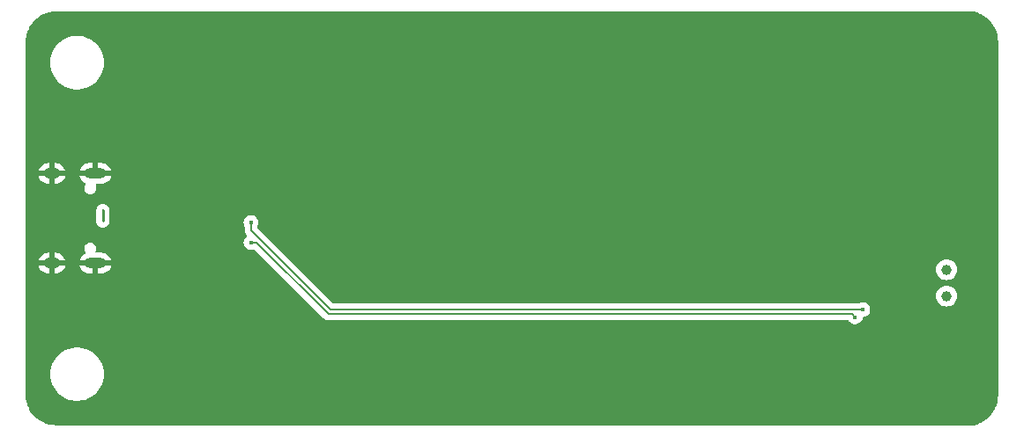
<source format=gbl>
%TF.GenerationSoftware,KiCad,Pcbnew,7.0.1-0*%
%TF.CreationDate,2023-09-15T13:21:47+02:00*%
%TF.ProjectId,letterboxsensor,6c657474-6572-4626-9f78-73656e736f72,rev?*%
%TF.SameCoordinates,Original*%
%TF.FileFunction,Copper,L2,Bot*%
%TF.FilePolarity,Positive*%
%FSLAX46Y46*%
G04 Gerber Fmt 4.6, Leading zero omitted, Abs format (unit mm)*
G04 Created by KiCad (PCBNEW 7.0.1-0) date 2023-09-15 13:21:47*
%MOMM*%
%LPD*%
G01*
G04 APERTURE LIST*
%TA.AperFunction,ComponentPad*%
%ADD10O,2.100000X1.000000*%
%TD*%
%TA.AperFunction,ComponentPad*%
%ADD11O,1.600000X1.000000*%
%TD*%
%TA.AperFunction,ViaPad*%
%ADD12C,1.000000*%
%TD*%
%TA.AperFunction,ViaPad*%
%ADD13C,0.400000*%
%TD*%
%TA.AperFunction,ViaPad*%
%ADD14C,0.250000*%
%TD*%
%TA.AperFunction,Conductor*%
%ADD15C,0.200000*%
%TD*%
%TA.AperFunction,Conductor*%
%ADD16C,0.250000*%
%TD*%
G04 APERTURE END LIST*
D10*
X106770000Y-83180000D03*
D11*
X102600000Y-83180000D03*
D10*
X106770000Y-91820000D03*
D11*
X102600000Y-91820000D03*
D12*
X188550000Y-94975000D03*
X188550000Y-92435000D03*
D13*
X113225000Y-78050000D03*
X172000000Y-105000000D03*
X192000000Y-77000000D03*
X102000000Y-77000000D03*
X102000000Y-105000000D03*
X102000000Y-70000000D03*
X113200000Y-98000000D03*
X101000000Y-84000000D03*
X101000000Y-91000000D03*
X192000000Y-84000000D03*
X192000000Y-105000000D03*
X192000000Y-98000000D03*
X191700000Y-91000000D03*
X182000000Y-70000000D03*
X172000000Y-98000000D03*
X117750000Y-87925000D03*
X132000000Y-77000000D03*
X182000000Y-91000000D03*
X102000000Y-98000000D03*
X120875000Y-87294500D03*
X122100000Y-96800000D03*
X172000000Y-77000000D03*
X168050000Y-91000000D03*
X152000000Y-98000000D03*
X152000000Y-105000000D03*
X112000000Y-105000000D03*
X122000000Y-91000000D03*
X182000000Y-105000000D03*
X132000000Y-84000000D03*
X142975000Y-69650000D03*
X112000000Y-70000000D03*
X181700000Y-77000000D03*
X152000000Y-77000000D03*
X111325000Y-91625000D03*
X113280200Y-84000000D03*
X132000000Y-98000000D03*
X152000000Y-84000000D03*
X142000000Y-105000000D03*
X132000000Y-105000000D03*
X173800000Y-88075000D03*
X119303800Y-84000000D03*
X132000000Y-91000000D03*
X107850000Y-84295000D03*
X172000000Y-70000000D03*
X162000000Y-77000000D03*
X142000000Y-91000000D03*
X182000000Y-84000000D03*
X122000000Y-105000000D03*
X152000000Y-91000000D03*
X192000000Y-70000000D03*
X163975000Y-70000000D03*
X162000000Y-91000000D03*
X182000000Y-98000000D03*
X152000000Y-70000000D03*
X162000000Y-105000000D03*
X132000000Y-70000000D03*
X141150000Y-98375000D03*
X123000000Y-84000000D03*
X162000000Y-84000000D03*
X122000000Y-77000000D03*
X142000000Y-84000000D03*
X122000000Y-70000000D03*
X107850000Y-90695000D03*
X142000000Y-77000000D03*
X121725000Y-89825000D03*
X179775000Y-97000000D03*
X121725000Y-87925000D03*
X180500000Y-96275000D03*
D14*
X107500000Y-86750000D03*
X107497451Y-87753742D03*
D15*
X122275000Y-89825000D02*
X121725000Y-89825000D01*
X129150000Y-96700000D02*
X122275000Y-89825000D01*
X179775000Y-97000000D02*
X179475000Y-96700000D01*
X179475000Y-96700000D02*
X129150000Y-96700000D01*
X180500000Y-96275000D02*
X129350000Y-96275000D01*
X129350000Y-96275000D02*
X121725000Y-88650000D01*
X121725000Y-88650000D02*
X121725000Y-87925000D01*
D16*
X107497451Y-86752549D02*
X107497451Y-87753742D01*
X107500000Y-86750000D02*
X107497451Y-86752549D01*
%TA.AperFunction,Conductor*%
G36*
X191185639Y-67580423D02*
G01*
X191484041Y-67666392D01*
X191497373Y-67671057D01*
X191646243Y-67732721D01*
X191795113Y-67794385D01*
X191807843Y-67800516D01*
X192003362Y-67908575D01*
X192089909Y-67956407D01*
X192101859Y-67963916D01*
X192364698Y-68150411D01*
X192375741Y-68159217D01*
X192616043Y-68373965D01*
X192626034Y-68383956D01*
X192840782Y-68624258D01*
X192849590Y-68635303D01*
X193036080Y-68898136D01*
X193043594Y-68910094D01*
X193199483Y-69192156D01*
X193205614Y-69204886D01*
X193328941Y-69502624D01*
X193333608Y-69515961D01*
X193422825Y-69825638D01*
X193425969Y-69839413D01*
X193479951Y-70157131D01*
X193481533Y-70171172D01*
X193499802Y-70496474D01*
X193500000Y-70503539D01*
X193500000Y-104496461D01*
X193499802Y-104503526D01*
X193481533Y-104828827D01*
X193479951Y-104842868D01*
X193425969Y-105160586D01*
X193422825Y-105174361D01*
X193333608Y-105484038D01*
X193328941Y-105497375D01*
X193205614Y-105795113D01*
X193199483Y-105807843D01*
X193043594Y-106089905D01*
X193036076Y-106101870D01*
X192849591Y-106364694D01*
X192840782Y-106375741D01*
X192626034Y-106616043D01*
X192616043Y-106626034D01*
X192375741Y-106840782D01*
X192364694Y-106849591D01*
X192101870Y-107036076D01*
X192089905Y-107043594D01*
X191807843Y-107199483D01*
X191795113Y-107205614D01*
X191497375Y-107328941D01*
X191484039Y-107333607D01*
X191185642Y-107419575D01*
X191150760Y-107424500D01*
X103003539Y-107424500D01*
X102996474Y-107424302D01*
X102679625Y-107406507D01*
X102665585Y-107404925D01*
X102356215Y-107352362D01*
X102342439Y-107349218D01*
X102040897Y-107262345D01*
X102027560Y-107257678D01*
X101737640Y-107137589D01*
X101724916Y-107131461D01*
X101450271Y-106979671D01*
X101438307Y-106972154D01*
X101182373Y-106790559D01*
X101171326Y-106781749D01*
X100937342Y-106572648D01*
X100927351Y-106562657D01*
X100718250Y-106328673D01*
X100709440Y-106317626D01*
X100527845Y-106061692D01*
X100520328Y-106049728D01*
X100436562Y-105898164D01*
X100368534Y-105775076D01*
X100362413Y-105762366D01*
X100242320Y-105472436D01*
X100237654Y-105459102D01*
X100190979Y-105297090D01*
X100150779Y-105157552D01*
X100147637Y-105143784D01*
X100136035Y-105075500D01*
X100095074Y-104834414D01*
X100093492Y-104820374D01*
X100075698Y-104503526D01*
X100075500Y-104496461D01*
X100075500Y-102499999D01*
X102419407Y-102499999D01*
X102439756Y-102823432D01*
X102500481Y-103141766D01*
X102600626Y-103449979D01*
X102738610Y-103743210D01*
X102912254Y-104016831D01*
X103118828Y-104266537D01*
X103355069Y-104488380D01*
X103617246Y-104678864D01*
X103617251Y-104678866D01*
X103617250Y-104678866D01*
X103901237Y-104834989D01*
X104202553Y-104954289D01*
X104309604Y-104981775D01*
X104516444Y-105034883D01*
X104837960Y-105075500D01*
X104837963Y-105075500D01*
X105162037Y-105075500D01*
X105162040Y-105075500D01*
X105483555Y-105034883D01*
X105483554Y-105034883D01*
X105797447Y-104954289D01*
X106098763Y-104834989D01*
X106382750Y-104678866D01*
X106644931Y-104488380D01*
X106881171Y-104266537D01*
X107087743Y-104016834D01*
X107261390Y-103743210D01*
X107399374Y-103449979D01*
X107499518Y-103141767D01*
X107560243Y-102823434D01*
X107580592Y-102500000D01*
X107560243Y-102176566D01*
X107499518Y-101858233D01*
X107399374Y-101550021D01*
X107261390Y-101256790D01*
X107145969Y-101074915D01*
X107087745Y-100983168D01*
X106881171Y-100733462D01*
X106644930Y-100511619D01*
X106382753Y-100321135D01*
X106098762Y-100165010D01*
X105884768Y-100080284D01*
X105797447Y-100045711D01*
X105797444Y-100045710D01*
X105797441Y-100045709D01*
X105483555Y-99965116D01*
X105162040Y-99924500D01*
X105162037Y-99924500D01*
X104837963Y-99924500D01*
X104837960Y-99924500D01*
X104516444Y-99965116D01*
X104202558Y-100045709D01*
X103901237Y-100165010D01*
X103617246Y-100321135D01*
X103355069Y-100511619D01*
X103118828Y-100733462D01*
X102912254Y-100983168D01*
X102738610Y-101256789D01*
X102600626Y-101550020D01*
X102500481Y-101858233D01*
X102439756Y-102176567D01*
X102419407Y-102499999D01*
X100075500Y-102499999D01*
X100075500Y-92074000D01*
X101323693Y-92074000D01*
X101364223Y-92207609D01*
X101457823Y-92382723D01*
X101583787Y-92536212D01*
X101737276Y-92662176D01*
X101912390Y-92755776D01*
X102102396Y-92813415D01*
X102250479Y-92828000D01*
X102346000Y-92828000D01*
X102346000Y-92074000D01*
X102854000Y-92074000D01*
X102854000Y-92828000D01*
X102949521Y-92828000D01*
X103097603Y-92813415D01*
X103287609Y-92755776D01*
X103462723Y-92662176D01*
X103616212Y-92536212D01*
X103742176Y-92382723D01*
X103835776Y-92207609D01*
X103876307Y-92074000D01*
X105243693Y-92074000D01*
X105284223Y-92207609D01*
X105377823Y-92382723D01*
X105503787Y-92536212D01*
X105657276Y-92662176D01*
X105832390Y-92755776D01*
X106022396Y-92813415D01*
X106170479Y-92828000D01*
X106516000Y-92828000D01*
X106516000Y-92074000D01*
X107024000Y-92074000D01*
X107024000Y-92828000D01*
X107369521Y-92828000D01*
X107517603Y-92813415D01*
X107707609Y-92755776D01*
X107882723Y-92662176D01*
X108036212Y-92536212D01*
X108162176Y-92382723D01*
X108255776Y-92207609D01*
X108296307Y-92074000D01*
X107024000Y-92074000D01*
X106516000Y-92074000D01*
X105243693Y-92074000D01*
X103876307Y-92074000D01*
X102854000Y-92074000D01*
X102346000Y-92074000D01*
X101323693Y-92074000D01*
X100075500Y-92074000D01*
X100075500Y-91565999D01*
X101323692Y-91565999D01*
X101323693Y-91566000D01*
X102346000Y-91566000D01*
X102346000Y-90812000D01*
X102854000Y-90812000D01*
X102854000Y-91566000D01*
X103876307Y-91566000D01*
X103876307Y-91565999D01*
X105243692Y-91565999D01*
X105243693Y-91566000D01*
X108296307Y-91566000D01*
X108296307Y-91565999D01*
X108255776Y-91432390D01*
X108162176Y-91257276D01*
X108036212Y-91103787D01*
X107882723Y-90977823D01*
X107707609Y-90884223D01*
X107517603Y-90826584D01*
X107369521Y-90812000D01*
X106916691Y-90812000D01*
X106857295Y-90797122D01*
X106811926Y-90756002D01*
X106791298Y-90698350D01*
X106800282Y-90637782D01*
X106840687Y-90540235D01*
X106841574Y-90533500D01*
X106860466Y-90390000D01*
X106840687Y-90239764D01*
X106782698Y-90099767D01*
X106690451Y-89979549D01*
X106570233Y-89887302D01*
X106570232Y-89887301D01*
X106430235Y-89829312D01*
X106397480Y-89825000D01*
X121011296Y-89825000D01*
X121032034Y-89995800D01*
X121093044Y-90156672D01*
X121093045Y-90156674D01*
X121093046Y-90156675D01*
X121190785Y-90298273D01*
X121319570Y-90412367D01*
X121471917Y-90492325D01*
X121638972Y-90533500D01*
X121811026Y-90533500D01*
X121811028Y-90533500D01*
X121978083Y-90492325D01*
X121978088Y-90492321D01*
X121992272Y-90488826D01*
X122056261Y-90489793D01*
X122111521Y-90522070D01*
X128685681Y-97096230D01*
X128696547Y-97108619D01*
X128716013Y-97133987D01*
X128741378Y-97153450D01*
X128741391Y-97153462D01*
X128824721Y-97217402D01*
X128843124Y-97231524D01*
X128886480Y-97249482D01*
X128904435Y-97256919D01*
X128904436Y-97256919D01*
X128904438Y-97256920D01*
X128991149Y-97292837D01*
X128991150Y-97292838D01*
X129118296Y-97309577D01*
X129118310Y-97309578D01*
X129150000Y-97313750D01*
X129181692Y-97309577D01*
X129198136Y-97308500D01*
X179060920Y-97308500D01*
X179119475Y-97322932D01*
X179164613Y-97362921D01*
X179240785Y-97473273D01*
X179369570Y-97587367D01*
X179521917Y-97667325D01*
X179688972Y-97708500D01*
X179861026Y-97708500D01*
X179861028Y-97708500D01*
X180028083Y-97667325D01*
X180180430Y-97587367D01*
X180309215Y-97473273D01*
X180406954Y-97331675D01*
X180467965Y-97170801D01*
X180477283Y-97094055D01*
X180493245Y-97046244D01*
X180526670Y-97008514D01*
X180572210Y-96986905D01*
X180586025Y-96983500D01*
X180586028Y-96983500D01*
X180753083Y-96942325D01*
X180905430Y-96862367D01*
X181034215Y-96748273D01*
X181131954Y-96606675D01*
X181192965Y-96445801D01*
X181213704Y-96275000D01*
X181192965Y-96104199D01*
X181131954Y-95943325D01*
X181034215Y-95801727D01*
X180905430Y-95687633D01*
X180753083Y-95607675D01*
X180586028Y-95566500D01*
X180413972Y-95566500D01*
X180246917Y-95607675D01*
X180162334Y-95652067D01*
X180103781Y-95666500D01*
X129654239Y-95666500D01*
X129606021Y-95656909D01*
X129565144Y-95629595D01*
X128910549Y-94975000D01*
X187536619Y-94975000D01*
X187556091Y-95172701D01*
X187613758Y-95362802D01*
X187707406Y-95538007D01*
X187833431Y-95691568D01*
X187986992Y-95817593D01*
X187986996Y-95817595D01*
X188162196Y-95911241D01*
X188257247Y-95940074D01*
X188352298Y-95968908D01*
X188550000Y-95988380D01*
X188747701Y-95968908D01*
X188937804Y-95911241D01*
X189113004Y-95817595D01*
X189113005Y-95817593D01*
X189113007Y-95817593D01*
X189266568Y-95691568D01*
X189392593Y-95538007D01*
X189392595Y-95538004D01*
X189486241Y-95362804D01*
X189543908Y-95172701D01*
X189563380Y-94975000D01*
X189543908Y-94777299D01*
X189486241Y-94587196D01*
X189392595Y-94411996D01*
X189392593Y-94411992D01*
X189266568Y-94258431D01*
X189113007Y-94132406D01*
X188937802Y-94038758D01*
X188747701Y-93981091D01*
X188549999Y-93961619D01*
X188352298Y-93981091D01*
X188162197Y-94038758D01*
X187986992Y-94132406D01*
X187833431Y-94258431D01*
X187707406Y-94411992D01*
X187613758Y-94587197D01*
X187556091Y-94777298D01*
X187536619Y-94975000D01*
X128910549Y-94975000D01*
X126370549Y-92435000D01*
X187536619Y-92435000D01*
X187556091Y-92632701D01*
X187613758Y-92822802D01*
X187707406Y-92998007D01*
X187833431Y-93151568D01*
X187986992Y-93277593D01*
X187986996Y-93277595D01*
X188162196Y-93371241D01*
X188257247Y-93400074D01*
X188352298Y-93428908D01*
X188550000Y-93448380D01*
X188747701Y-93428908D01*
X188937804Y-93371241D01*
X189113004Y-93277595D01*
X189113005Y-93277593D01*
X189113007Y-93277593D01*
X189266568Y-93151568D01*
X189392593Y-92998007D01*
X189392595Y-92998004D01*
X189486241Y-92822804D01*
X189543908Y-92632701D01*
X189563380Y-92435000D01*
X189543908Y-92237299D01*
X189486241Y-92047196D01*
X189392595Y-91871996D01*
X189392593Y-91871992D01*
X189266568Y-91718431D01*
X189113007Y-91592406D01*
X188937802Y-91498758D01*
X188747701Y-91441091D01*
X188549999Y-91421619D01*
X188352298Y-91441091D01*
X188162197Y-91498758D01*
X187986992Y-91592406D01*
X187833431Y-91718431D01*
X187707406Y-91871992D01*
X187613758Y-92047197D01*
X187556091Y-92237298D01*
X187536619Y-92435000D01*
X126370549Y-92435000D01*
X122370405Y-88434856D01*
X122343091Y-88393979D01*
X122333500Y-88345761D01*
X122333500Y-88329917D01*
X122339205Y-88292431D01*
X122355802Y-88258343D01*
X122356954Y-88256675D01*
X122417965Y-88095801D01*
X122438704Y-87925000D01*
X122417965Y-87754199D01*
X122417792Y-87753742D01*
X122356955Y-87593327D01*
X122356954Y-87593325D01*
X122259215Y-87451727D01*
X122130430Y-87337633D01*
X121978083Y-87257675D01*
X121811028Y-87216500D01*
X121638972Y-87216500D01*
X121471917Y-87257675D01*
X121471916Y-87257675D01*
X121471914Y-87257676D01*
X121319571Y-87337632D01*
X121190786Y-87451726D01*
X121093044Y-87593327D01*
X121032034Y-87754199D01*
X121011296Y-87925000D01*
X121032034Y-88095800D01*
X121093044Y-88256672D01*
X121093045Y-88256674D01*
X121093046Y-88256675D01*
X121094197Y-88258343D01*
X121110795Y-88292431D01*
X121116500Y-88329917D01*
X121116500Y-88601864D01*
X121115422Y-88618310D01*
X121111250Y-88650000D01*
X121115422Y-88681690D01*
X121115422Y-88681697D01*
X121129608Y-88789455D01*
X121129608Y-88789468D01*
X121132161Y-88808848D01*
X121193476Y-88956878D01*
X121266521Y-89052072D01*
X121266524Y-89052074D01*
X121301110Y-89097146D01*
X121298826Y-89098898D01*
X121313434Y-89116426D01*
X121327291Y-89169667D01*
X121317141Y-89223738D01*
X121284920Y-89268330D01*
X121190786Y-89351725D01*
X121093044Y-89493327D01*
X121032034Y-89654199D01*
X121011296Y-89825000D01*
X106397480Y-89825000D01*
X106317720Y-89814500D01*
X106242280Y-89814500D01*
X106129764Y-89829312D01*
X105989767Y-89887301D01*
X105869549Y-89979549D01*
X105777301Y-90099767D01*
X105719312Y-90239764D01*
X105699534Y-90390000D01*
X105719312Y-90540235D01*
X105777302Y-90680234D01*
X105813918Y-90727953D01*
X105836894Y-90777050D01*
X105837116Y-90831257D01*
X105814543Y-90880540D01*
X105773353Y-90915779D01*
X105657274Y-90977824D01*
X105503787Y-91103787D01*
X105377823Y-91257276D01*
X105284223Y-91432390D01*
X105243692Y-91565999D01*
X103876307Y-91565999D01*
X103835776Y-91432390D01*
X103742176Y-91257276D01*
X103616212Y-91103787D01*
X103462723Y-90977823D01*
X103287609Y-90884223D01*
X103097603Y-90826584D01*
X102949521Y-90812000D01*
X102854000Y-90812000D01*
X102346000Y-90812000D01*
X102250479Y-90812000D01*
X102102396Y-90826584D01*
X101912390Y-90884223D01*
X101737276Y-90977823D01*
X101583787Y-91103787D01*
X101457823Y-91257276D01*
X101364223Y-91432390D01*
X101323692Y-91565999D01*
X100075500Y-91565999D01*
X100075500Y-86732491D01*
X106859230Y-86732491D01*
X106863392Y-86776510D01*
X106863951Y-86788368D01*
X106863951Y-87707803D01*
X106863032Y-87722991D01*
X106859298Y-87753742D01*
X106863032Y-87784493D01*
X106863244Y-87788004D01*
X106868722Y-87831375D01*
X106868796Y-87831973D01*
X106878404Y-87911093D01*
X106906420Y-87981854D01*
X106907080Y-87983556D01*
X106935154Y-88057582D01*
X106979537Y-88118668D01*
X106981299Y-88121155D01*
X107022577Y-88180958D01*
X107030275Y-88189439D01*
X107031978Y-88190848D01*
X107031979Y-88190849D01*
X107058564Y-88212842D01*
X107083760Y-88233686D01*
X107086965Y-88236430D01*
X107134939Y-88278932D01*
X107134942Y-88278933D01*
X107136235Y-88280079D01*
X107154673Y-88292351D01*
X107154770Y-88292431D01*
X107155307Y-88292875D01*
X107212790Y-88319924D01*
X107217647Y-88322340D01*
X107271159Y-88350425D01*
X107272535Y-88350764D01*
X107296030Y-88359094D01*
X107300133Y-88361025D01*
X107358903Y-88372235D01*
X107365439Y-88373663D01*
X107420530Y-88387242D01*
X107425658Y-88387242D01*
X107449266Y-88389473D01*
X107457357Y-88391017D01*
X107457358Y-88391016D01*
X107457359Y-88391017D01*
X107513402Y-88387491D01*
X107521314Y-88387242D01*
X107574369Y-88387242D01*
X107574372Y-88387242D01*
X107582942Y-88385129D01*
X107605185Y-88381716D01*
X107617101Y-88380967D01*
X107667038Y-88364740D01*
X107675801Y-88362240D01*
X107723743Y-88350425D01*
X107734828Y-88344606D01*
X107754450Y-88336338D01*
X107769326Y-88331506D01*
X107785752Y-88321082D01*
X107810539Y-88305351D01*
X107819502Y-88300167D01*
X107859963Y-88278932D01*
X107872104Y-88268174D01*
X107888144Y-88256101D01*
X107904469Y-88245742D01*
X107935377Y-88212826D01*
X107943644Y-88204795D01*
X107975115Y-88176916D01*
X107986434Y-88160515D01*
X107998272Y-88145849D01*
X108014037Y-88129063D01*
X108034010Y-88092730D01*
X108040721Y-88081866D01*
X108062507Y-88050306D01*
X108070879Y-88028227D01*
X108078269Y-88012222D01*
X108091146Y-87988802D01*
X108100541Y-87952207D01*
X108104765Y-87938879D01*
X108117060Y-87906462D01*
X108120351Y-87879354D01*
X108123386Y-87863233D01*
X108130951Y-87833772D01*
X108130951Y-87799681D01*
X108131870Y-87784493D01*
X108135604Y-87753742D01*
X108131869Y-87722989D01*
X108130951Y-87707803D01*
X108130951Y-86825869D01*
X108132502Y-86806159D01*
X108132896Y-86803664D01*
X108138220Y-86770057D01*
X108138219Y-86770052D01*
X108138450Y-86768598D01*
X108138644Y-86754048D01*
X108138152Y-86750002D01*
X108138153Y-86750000D01*
X108130098Y-86683664D01*
X108129740Y-86680350D01*
X108128999Y-86672516D01*
X108123157Y-86610708D01*
X108122723Y-86606115D01*
X108122325Y-86604441D01*
X108094607Y-86531357D01*
X108093917Y-86529493D01*
X108068939Y-86460111D01*
X108068936Y-86460107D01*
X108068148Y-86457917D01*
X108065057Y-86453439D01*
X108065056Y-86453436D01*
X108022940Y-86392421D01*
X108022424Y-86391667D01*
X107978972Y-86327729D01*
X107942914Y-86295940D01*
X107919557Y-86275348D01*
X107862512Y-86224810D01*
X107862511Y-86224809D01*
X107859602Y-86222232D01*
X107791679Y-86187623D01*
X107790330Y-86186925D01*
X107720089Y-86150061D01*
X107646258Y-86133558D01*
X107643591Y-86132932D01*
X107571295Y-86115113D01*
X107563063Y-86114204D01*
X107492001Y-86116438D01*
X107488043Y-86116500D01*
X107420607Y-86116500D01*
X107400169Y-86119308D01*
X107393271Y-86121312D01*
X107386515Y-86122492D01*
X107365596Y-86129288D01*
X107361818Y-86130451D01*
X107338232Y-86137303D01*
X107333237Y-86138643D01*
X107273705Y-86153317D01*
X107273256Y-86153553D01*
X107249878Y-86162972D01*
X107246409Y-86163980D01*
X107243232Y-86165859D01*
X107230786Y-86171478D01*
X107195390Y-86193941D01*
X107186442Y-86199116D01*
X107164887Y-86210429D01*
X107137483Y-86224812D01*
X107134331Y-86227605D01*
X107114935Y-86241733D01*
X107108495Y-86245541D01*
X107092460Y-86258389D01*
X107061160Y-86291720D01*
X107052867Y-86299776D01*
X107022336Y-86326825D01*
X107011452Y-86342593D01*
X106999610Y-86357265D01*
X106980864Y-86377228D01*
X106971102Y-86394984D01*
X106960253Y-86411500D01*
X106947836Y-86427508D01*
X106944337Y-86435594D01*
X106936022Y-86450590D01*
X106929126Y-86468775D01*
X106921731Y-86484791D01*
X106903755Y-86517489D01*
X106898718Y-86537109D01*
X106892315Y-86555810D01*
X106884269Y-86574403D01*
X106882858Y-86583311D01*
X106881440Y-86588648D01*
X106879825Y-86601934D01*
X106879195Y-86606432D01*
X106877353Y-86618064D01*
X106874946Y-86629688D01*
X106863951Y-86672516D01*
X106863951Y-86692773D01*
X106862400Y-86712483D01*
X106859230Y-86732491D01*
X100075500Y-86732491D01*
X100075500Y-83434000D01*
X101323693Y-83434000D01*
X101364223Y-83567609D01*
X101457823Y-83742723D01*
X101583787Y-83896212D01*
X101737276Y-84022176D01*
X101912390Y-84115776D01*
X102102396Y-84173415D01*
X102250479Y-84188000D01*
X102346000Y-84188000D01*
X102346000Y-83434000D01*
X102854000Y-83434000D01*
X102854000Y-84188000D01*
X102949521Y-84188000D01*
X103097603Y-84173415D01*
X103287609Y-84115776D01*
X103462723Y-84022176D01*
X103616212Y-83896212D01*
X103742176Y-83742723D01*
X103835776Y-83567609D01*
X103876307Y-83434000D01*
X105243693Y-83434000D01*
X105284223Y-83567609D01*
X105377823Y-83742723D01*
X105503787Y-83896212D01*
X105657276Y-84022176D01*
X105773352Y-84084220D01*
X105814543Y-84119458D01*
X105837116Y-84168741D01*
X105836895Y-84222948D01*
X105813919Y-84272045D01*
X105777302Y-84319765D01*
X105719312Y-84459764D01*
X105699534Y-84610000D01*
X105719312Y-84760235D01*
X105777301Y-84900232D01*
X105777302Y-84900233D01*
X105869549Y-85020451D01*
X105989767Y-85112698D01*
X106129764Y-85170687D01*
X106242280Y-85185500D01*
X106317720Y-85185500D01*
X106430236Y-85170687D01*
X106570233Y-85112698D01*
X106690451Y-85020451D01*
X106782698Y-84900233D01*
X106840687Y-84760236D01*
X106860466Y-84610000D01*
X106840687Y-84459764D01*
X106800282Y-84362218D01*
X106791298Y-84301650D01*
X106811926Y-84243998D01*
X106857295Y-84202878D01*
X106916691Y-84188000D01*
X107369521Y-84188000D01*
X107517603Y-84173415D01*
X107707609Y-84115776D01*
X107882723Y-84022176D01*
X108036212Y-83896212D01*
X108162176Y-83742723D01*
X108255776Y-83567609D01*
X108296307Y-83434000D01*
X105243693Y-83434000D01*
X103876307Y-83434000D01*
X102854000Y-83434000D01*
X102346000Y-83434000D01*
X101323693Y-83434000D01*
X100075500Y-83434000D01*
X100075500Y-82925999D01*
X101323692Y-82925999D01*
X101323693Y-82926000D01*
X102346000Y-82926000D01*
X102346000Y-82172000D01*
X102854000Y-82172000D01*
X102854000Y-82926000D01*
X103876307Y-82926000D01*
X103876307Y-82925999D01*
X105243692Y-82925999D01*
X105243693Y-82926000D01*
X106516000Y-82926000D01*
X106516000Y-82172000D01*
X107024000Y-82172000D01*
X107024000Y-82926000D01*
X108296307Y-82926000D01*
X108296307Y-82925999D01*
X108255776Y-82792390D01*
X108162176Y-82617276D01*
X108036212Y-82463787D01*
X107882723Y-82337823D01*
X107707609Y-82244223D01*
X107517603Y-82186584D01*
X107369521Y-82172000D01*
X107024000Y-82172000D01*
X106516000Y-82172000D01*
X106170479Y-82172000D01*
X106022396Y-82186584D01*
X105832390Y-82244223D01*
X105657276Y-82337823D01*
X105503787Y-82463787D01*
X105377823Y-82617276D01*
X105284223Y-82792390D01*
X105243692Y-82925999D01*
X103876307Y-82925999D01*
X103835776Y-82792390D01*
X103742176Y-82617276D01*
X103616212Y-82463787D01*
X103462723Y-82337823D01*
X103287609Y-82244223D01*
X103097603Y-82186584D01*
X102949521Y-82172000D01*
X102854000Y-82172000D01*
X102346000Y-82172000D01*
X102250479Y-82172000D01*
X102102396Y-82186584D01*
X101912390Y-82244223D01*
X101737276Y-82337823D01*
X101583787Y-82463787D01*
X101457823Y-82617276D01*
X101364223Y-82792390D01*
X101323692Y-82925999D01*
X100075500Y-82925999D01*
X100075500Y-72499999D01*
X102419407Y-72499999D01*
X102439756Y-72823432D01*
X102500481Y-73141766D01*
X102600626Y-73449979D01*
X102738610Y-73743210D01*
X102912254Y-74016831D01*
X103118828Y-74266537D01*
X103355069Y-74488380D01*
X103617246Y-74678864D01*
X103617251Y-74678866D01*
X103617250Y-74678866D01*
X103901237Y-74834989D01*
X104202553Y-74954289D01*
X104367348Y-74996601D01*
X104516444Y-75034883D01*
X104837960Y-75075500D01*
X104837963Y-75075500D01*
X105162037Y-75075500D01*
X105162040Y-75075500D01*
X105483555Y-75034883D01*
X105483555Y-75034882D01*
X105797447Y-74954289D01*
X106098763Y-74834989D01*
X106382750Y-74678866D01*
X106644931Y-74488380D01*
X106881171Y-74266537D01*
X107087743Y-74016834D01*
X107261390Y-73743210D01*
X107399374Y-73449979D01*
X107499518Y-73141767D01*
X107560243Y-72823434D01*
X107580592Y-72500000D01*
X107560243Y-72176566D01*
X107499518Y-71858233D01*
X107399374Y-71550021D01*
X107261390Y-71256790D01*
X107145969Y-71074915D01*
X107087745Y-70983168D01*
X106881171Y-70733462D01*
X106644930Y-70511619D01*
X106382753Y-70321135D01*
X106098762Y-70165010D01*
X105884768Y-70080284D01*
X105797447Y-70045711D01*
X105797444Y-70045710D01*
X105797441Y-70045709D01*
X105483555Y-69965116D01*
X105162040Y-69924500D01*
X105162037Y-69924500D01*
X104837963Y-69924500D01*
X104837960Y-69924500D01*
X104516444Y-69965116D01*
X104202558Y-70045709D01*
X103901237Y-70165010D01*
X103617246Y-70321135D01*
X103355069Y-70511619D01*
X103118828Y-70733462D01*
X102912254Y-70983168D01*
X102738610Y-71256789D01*
X102600626Y-71550020D01*
X102500481Y-71858233D01*
X102439756Y-72176567D01*
X102419407Y-72499999D01*
X100075500Y-72499999D01*
X100075500Y-70503539D01*
X100075698Y-70496474D01*
X100093492Y-70179625D01*
X100095074Y-70165585D01*
X100115441Y-70045711D01*
X100147639Y-69856205D01*
X100150778Y-69842451D01*
X100237656Y-69540888D01*
X100242317Y-69527568D01*
X100362416Y-69237626D01*
X100368530Y-69224930D01*
X100520335Y-68950258D01*
X100527845Y-68938307D01*
X100709446Y-68682365D01*
X100718244Y-68671333D01*
X100927351Y-68437341D01*
X100937342Y-68427351D01*
X100997081Y-68373965D01*
X101171333Y-68218244D01*
X101182365Y-68209446D01*
X101438313Y-68027841D01*
X101450258Y-68020335D01*
X101724930Y-67868530D01*
X101737626Y-67862416D01*
X102027568Y-67742317D01*
X102040888Y-67737656D01*
X102342451Y-67650778D01*
X102356205Y-67647639D01*
X102665586Y-67595073D01*
X102679620Y-67593492D01*
X102996474Y-67575697D01*
X103003539Y-67575500D01*
X191150760Y-67575500D01*
X191185639Y-67580423D01*
G37*
%TD.AperFunction*%
M02*

</source>
